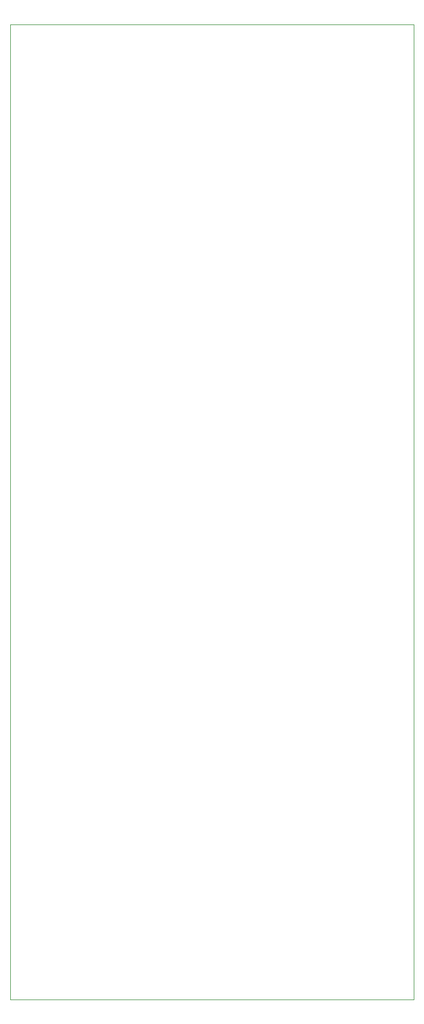
<source format=gm1>
G04 #@! TF.GenerationSoftware,KiCad,Pcbnew,8.0.8+1*
G04 #@! TF.CreationDate,2025-02-28T15:38:13+00:00*
G04 #@! TF.ProjectId,belegt,62656c65-6774-42e6-9b69-6361645f7063,rev?*
G04 #@! TF.SameCoordinates,Original*
G04 #@! TF.FileFunction,Profile,NP*
%FSLAX46Y46*%
G04 Gerber Fmt 4.6, Leading zero omitted, Abs format (unit mm)*
G04 Created by KiCad (PCBNEW 8.0.8+1) date 2025-02-28 15:38:13*
%MOMM*%
%LPD*%
G01*
G04 APERTURE LIST*
G04 #@! TA.AperFunction,Profile*
%ADD10C,0.050000*%
G04 #@! TD*
G04 APERTURE END LIST*
D10*
X80000000Y-30000000D02*
X140000000Y-30000000D01*
X140000000Y-175000000D02*
X80000000Y-175000000D01*
X140000000Y-175000000D02*
X140000000Y-30000000D01*
X80000000Y-30000000D02*
X80000000Y-175000000D01*
M02*

</source>
